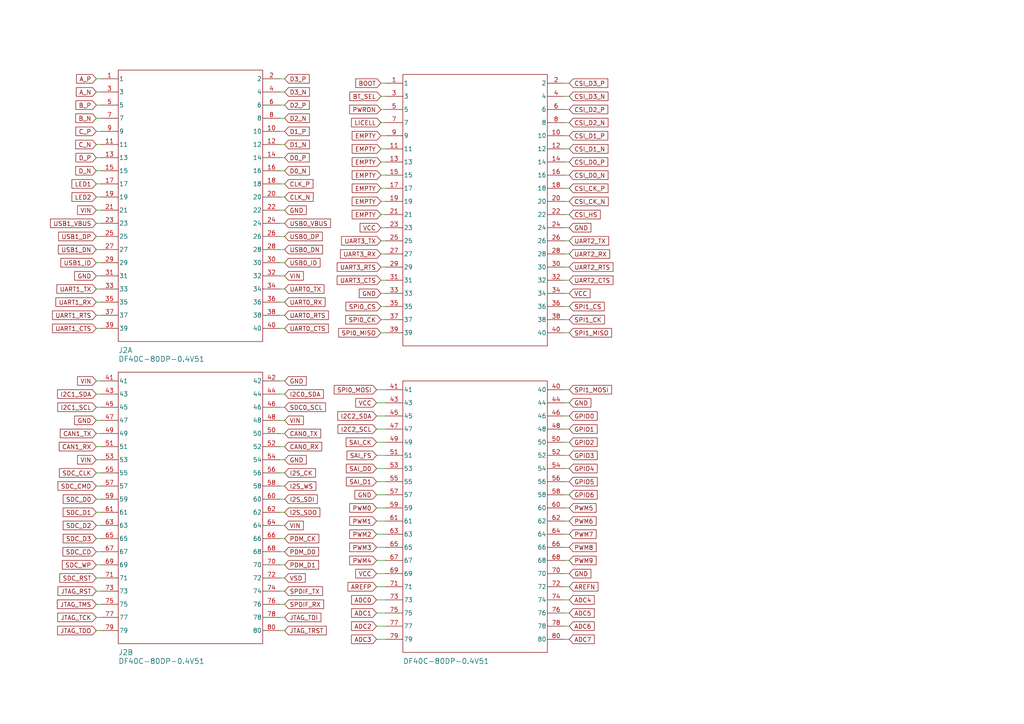
<source format=kicad_sch>
(kicad_sch (version 20230121) (generator eeschema)
  (paper "A4")
  (title_block (title "TI Ember AM62 SiP Concept") (date "2023-06-09") (rev "Rev 0") (company "Andrei Aldea - Texas Instruments"))
  (lib_symbols
    (symbol "DF40C-80DP-0.4V51_1" (pin_names (offset 0.254))
      (property "Reference" "J" (at 6.35 6.35 0))
      (property "Value" "DF40C-80DP-0.4V51" (at 17.78 3.81 0))
      (symbol "DF40C-80DP-0.4V51_1_1_1"
        (pin unspecified line (at 0 0 0) (length 5.08) (name "1") (number "1"))
        (pin unspecified line (at 52.07 -15.24 180) (length 5.08) (name "10") (number "10"))
        (pin unspecified line (at 0 -19.05 0) (length 5.08) (name "11") (number "11"))
        (pin unspecified line (at 52.07 -19.05 180) (length 5.08) (name "12") (number "12"))
        (pin unspecified line (at 0 -22.86 0) (length 5.08) (name "13") (number "13"))
        (pin unspecified line (at 52.07 -22.86 180) (length 5.08) (name "14") (number "14"))
        (pin unspecified line (at 0 -26.67 0) (length 5.08) (name "15") (number "15"))
        (pin unspecified line (at 52.07 -26.67 180) (length 5.08) (name "16") (number "16"))
        (pin unspecified line (at 0 -30.48 0) (length 5.08) (name "17") (number "17"))
        (pin unspecified line (at 52.07 -30.48 180) (length 5.08) (name "18") (number "18"))
        (pin unspecified line (at 0 -34.29 0) (length 5.08) (name "19") (number "19"))
        (pin unspecified line (at 52.07 0 180) (length 5.08) (name "2") (number "2"))
        (pin unspecified line (at 52.07 -34.29 180) (length 5.08) (name "20") (number "20"))
        (pin unspecified line (at 0 -38.1 0) (length 5.08) (name "21") (number "21"))
        (pin unspecified line (at 52.07 -38.1 180) (length 5.08) (name "22") (number "22"))
        (pin unspecified line (at 0 -41.91 0) (length 5.08) (name "23") (number "23"))
        (pin unspecified line (at 52.07 -41.91 180) (length 5.08) (name "24") (number "24"))
        (pin unspecified line (at 0 -45.72 0) (length 5.08) (name "25") (number "25"))
        (pin unspecified line (at 52.07 -45.72 180) (length 5.08) (name "26") (number "26"))
        (pin unspecified line (at 0 -49.53 0) (length 5.08) (name "27") (number "27"))
        (pin unspecified line (at 52.07 -49.53 180) (length 5.08) (name "28") (number "28"))
        (pin unspecified line (at 0 -53.34 0) (length 5.08) (name "29") (number "29"))
        (pin unspecified line (at 0 -3.81 0) (length 5.08) (name "3") (number "3"))
        (pin unspecified line (at 52.07 -53.34 180) (length 5.08) (name "30") (number "30"))
        (pin unspecified line (at 0 -57.15 0) (length 5.08) (name "31") (number "31"))
        (pin unspecified line (at 52.07 -57.15 180) (length 5.08) (name "32") (number "32"))
        (pin unspecified line (at 0 -60.96 0) (length 5.08) (name "33") (number "33"))
        (pin unspecified line (at 52.07 -60.96 180) (length 5.08) (name "34") (number "34"))
        (pin unspecified line (at 0 -64.77 0) (length 5.08) (name "35") (number "35"))
        (pin unspecified line (at 52.07 -64.77 180) (length 5.08) (name "36") (number "36"))
        (pin unspecified line (at 0 -68.58 0) (length 5.08) (name "37") (number "37"))
        (pin unspecified line (at 52.07 -68.58 180) (length 5.08) (name "38") (number "38"))
        (pin unspecified line (at 0 -72.39 0) (length 5.08) (name "39") (number "39"))
        (pin unspecified line (at 52.07 -3.81 180) (length 5.08) (name "4") (number "4"))
        (pin unspecified line (at 52.07 -72.39 180) (length 5.08) (name "40") (number "40"))
        (pin unspecified line (at 0 -7.62 0) (length 5.08) (name "5") (number "5"))
        (pin unspecified line (at 52.07 -7.62 180) (length 5.08) (name "6") (number "6"))
        (pin unspecified line (at 0 -11.43 0) (length 5.08) (name "7") (number "7"))
        (pin unspecified line (at 52.07 -11.43 180) (length 5.08) (name "8") (number "8"))
        (pin unspecified line (at 0 -15.24 0) (length 5.08) (name "9") (number "9"))
      )
      (symbol "DF40C-80DP-0.4V51_1_1_2"
        (pin unspecified line (at 0 0 0) (length 5.08) (name "1") (number "1"))
        (pin unspecified line (at 0 -22.86 0) (length 5.08) (name "10") (number "10"))
        (pin unspecified line (at 0 -25.4 0) (length 5.08) (name "11") (number "11"))
        (pin unspecified line (at 0 -27.94 0) (length 5.08) (name "12") (number "12"))
        (pin unspecified line (at 0 -30.48 0) (length 5.08) (name "13") (number "13"))
        (pin unspecified line (at 0 -33.02 0) (length 5.08) (name "14") (number "14"))
        (pin unspecified line (at 0 -35.56 0) (length 5.08) (name "15") (number "15"))
        (pin unspecified line (at 0 -38.1 0) (length 5.08) (name "16") (number "16"))
        (pin unspecified line (at 0 -40.64 0) (length 5.08) (name "17") (number "17"))
        (pin unspecified line (at 0 -43.18 0) (length 5.08) (name "18") (number "18"))
        (pin unspecified line (at 0 -45.72 0) (length 5.08) (name "19") (number "19"))
        (pin unspecified line (at 0 -2.54 0) (length 5.08) (name "2") (number "2"))
        (pin unspecified line (at 0 -48.26 0) (length 5.08) (name "20") (number "20"))
        (pin unspecified line (at 0 -50.8 0) (length 5.08) (name "21") (number "21"))
        (pin unspecified line (at 0 -53.34 0) (length 5.08) (name "22") (number "22"))
        (pin unspecified line (at 0 -55.88 0) (length 5.08) (name "23") (number "23"))
        (pin unspecified line (at 0 -58.42 0) (length 5.08) (name "24") (number "24"))
        (pin unspecified line (at 0 -60.96 0) (length 5.08) (name "25") (number "25"))
        (pin unspecified line (at 0 -63.5 0) (length 5.08) (name "26") (number "26"))
        (pin unspecified line (at 0 -66.04 0) (length 5.08) (name "27") (number "27"))
        (pin unspecified line (at 0 -68.58 0) (length 5.08) (name "28") (number "28"))
        (pin unspecified line (at 0 -71.12 0) (length 5.08) (name "29") (number "29"))
        (pin unspecified line (at 0 -5.08 0) (length 5.08) (name "3") (number "3"))
        (pin unspecified line (at 0 -73.66 0) (length 5.08) (name "30") (number "30"))
        (pin unspecified line (at 0 -76.2 0) (length 5.08) (name "31") (number "31"))
        (pin unspecified line (at 0 -78.74 0) (length 5.08) (name "32") (number "32"))
        (pin unspecified line (at 0 -81.28 0) (length 5.08) (name "33") (number "33"))
        (pin unspecified line (at 0 -83.82 0) (length 5.08) (name "34") (number "34"))
        (pin unspecified line (at 0 -86.36 0) (length 5.08) (name "35") (number "35"))
        (pin unspecified line (at 0 -88.9 0) (length 5.08) (name "36") (number "36"))
        (pin unspecified line (at 0 -91.44 0) (length 5.08) (name "37") (number "37"))
        (pin unspecified line (at 0 -93.98 0) (length 5.08) (name "38") (number "38"))
        (pin unspecified line (at 0 -96.52 0) (length 5.08) (name "39") (number "39"))
        (pin unspecified line (at 0 -7.62 0) (length 5.08) (name "4") (number "4"))
        (pin unspecified line (at 0 -99.06 0) (length 5.08) (name "40") (number "40"))
        (pin unspecified line (at 0 -10.16 0) (length 5.08) (name "5") (number "5"))
        (pin unspecified line (at 0 -12.7 0) (length 5.08) (name "6") (number "6"))
        (pin unspecified line (at 0 -15.24 0) (length 5.08) (name "7") (number "7"))
        (pin unspecified line (at 0 -17.78 0) (length 5.08) (name "8") (number "8"))
        (pin unspecified line (at 0 -20.32 0) (length 5.08) (name "9") (number "9"))
      )
      (symbol "DF40C-80DP-0.4V51_1_2_1"
        (pin unspecified line (at 0 0 0) (length 5.08) (name "41") (number "41"))
        (pin unspecified line (at 52.07 0 180) (length 5.08) (name "42") (number "42"))
        (pin unspecified line (at 0 -3.81 0) (length 5.08) (name "43") (number "43"))
        (pin unspecified line (at 52.07 -3.81 180) (length 5.08) (name "44") (number "44"))
        (pin unspecified line (at 0 -7.62 0) (length 5.08) (name "45") (number "45"))
        (pin unspecified line (at 52.07 -7.62 180) (length 5.08) (name "46") (number "46"))
        (pin unspecified line (at 0 -11.43 0) (length 5.08) (name "47") (number "47"))
        (pin unspecified line (at 52.07 -11.43 180) (length 5.08) (name "48") (number "48"))
        (pin unspecified line (at 0 -15.24 0) (length 5.08) (name "49") (number "49"))
        (pin unspecified line (at 52.07 -15.24 180) (length 5.08) (name "50") (number "50"))
        (pin unspecified line (at 0 -19.05 0) (length 5.08) (name "51") (number "51"))
        (pin unspecified line (at 52.07 -19.05 180) (length 5.08) (name "52") (number "52"))
        (pin unspecified line (at 0 -22.86 0) (length 5.08) (name "53") (number "53"))
        (pin unspecified line (at 52.07 -22.86 180) (length 5.08) (name "54") (number "54"))
        (pin unspecified line (at 0 -26.67 0) (length 5.08) (name "55") (number "55"))
        (pin unspecified line (at 52.07 -26.67 180) (length 5.08) (name "56") (number "56"))
        (pin unspecified line (at 0 -30.48 0) (length 5.08) (name "57") (number "57"))
        (pin unspecified line (at 52.07 -30.48 180) (length 5.08) (name "58") (number "58"))
        (pin unspecified line (at 0 -34.29 0) (length 5.08) (name "59") (number "59"))
        (pin unspecified line (at 52.07 -34.29 180) (length 5.08) (name "60") (number "60"))
        (pin unspecified line (at 0 -38.1 0) (length 5.08) (name "61") (number "61"))
        (pin unspecified line (at 52.07 -38.1 180) (length 5.08) (name "62") (number "62"))
        (pin unspecified line (at 0 -41.91 0) (length 5.08) (name "63") (number "63"))
        (pin unspecified line (at 52.07 -41.91 180) (length 5.08) (name "64") (number "64"))
        (pin unspecified line (at 0 -45.72 0) (length 5.08) (name "65") (number "65"))
        (pin unspecified line (at 52.07 -45.72 180) (length 5.08) (name "66") (number "66"))
        (pin unspecified line (at 0 -49.53 0) (length 5.08) (name "67") (number "67"))
        (pin unspecified line (at 52.07 -49.53 180) (length 5.08) (name "68") (number "68"))
        (pin unspecified line (at 0 -53.34 0) (length 5.08) (name "69") (number "69"))
        (pin unspecified line (at 52.07 -53.34 180) (length 5.08) (name "70") (number "70"))
        (pin unspecified line (at 0 -57.15 0) (length 5.08) (name "71") (number "71"))
        (pin unspecified line (at 52.07 -57.15 180) (length 5.08) (name "72") (number "72"))
        (pin unspecified line (at 0 -60.96 0) (length 5.08) (name "73") (number "73"))
        (pin unspecified line (at 52.07 -60.96 180) (length 5.08) (name "74") (number "74"))
        (pin unspecified line (at 0 -64.77 0) (length 5.08) (name "75") (number "75"))
        (pin unspecified line (at 52.07 -64.77 180) (length 5.08) (name "76") (number "76"))
        (pin unspecified line (at 0 -68.58 0) (length 5.08) (name "77") (number "77"))
        (pin unspecified line (at 52.07 -68.58 180) (length 5.08) (name "78") (number "78"))
        (pin unspecified line (at 0 -72.39 0) (length 5.08) (name "79") (number "79"))
        (pin unspecified line (at 52.07 -72.39 180) (length 5.08) (name "80") (number "80"))
      )
      (symbol "DF40C-80DP-0.4V51_1_2_2"
        (pin unspecified line (at 0 0 0) (length 5.08) (name "41") (number "41"))
        (pin unspecified line (at 0 -2.54 0) (length 5.08) (name "42") (number "42"))
        (pin unspecified line (at 0 -5.08 0) (length 5.08) (name "43") (number "43"))
        (pin unspecified line (at 0 -7.62 0) (length 5.08) (name "44") (number "44"))
        (pin unspecified line (at 0 -10.16 0) (length 5.08) (name "45") (number "45"))
        (pin unspecified line (at 0 -12.7 0) (length 5.08) (name "46") (number "46"))
        (pin unspecified line (at 0 -15.24 0) (length 5.08) (name "47") (number "47"))
        (pin unspecified line (at 0 -17.78 0) (length 5.08) (name "48") (number "48"))
        (pin unspecified line (at 0 -20.32 0) (length 5.08) (name "49") (number "49"))
        (pin unspecified line (at 0 -22.86 0) (length 5.08) (name "50") (number "50"))
        (pin unspecified line (at 0 -25.4 0) (length 5.08) (name "51") (number "51"))
        (pin unspecified line (at 0 -27.94 0) (length 5.08) (name "52") (number "52"))
        (pin unspecified line (at 0 -30.48 0) (length 5.08) (name "53") (number "53"))
        (pin unspecified line (at 0 -33.02 0) (length 5.08) (name "54") (number "54"))
        (pin unspecified line (at 0 -35.56 0) (length 5.08) (name "55") (number "55"))
        (pin unspecified line (at 0 -38.1 0) (length 5.08) (name "56") (number "56"))
        (pin unspecified line (at 0 -40.64 0) (length 5.08) (name "57") (number "57"))
        (pin unspecified line (at 0 -43.18 0) (length 5.08) (name "58") (number "58"))
        (pin unspecified line (at 0 -45.72 0) (length 5.08) (name "59") (number "59"))
        (pin unspecified line (at 0 -48.26 0) (length 5.08) (name "60") (number "60"))
        (pin unspecified line (at 0 -50.8 0) (length 5.08) (name "61") (number "61"))
        (pin unspecified line (at 0 -53.34 0) (length 5.08) (name "62") (number "62"))
        (pin unspecified line (at 0 -55.88 0) (length 5.08) (name "63") (number "63"))
        (pin unspecified line (at 0 -58.42 0) (length 5.08) (name "64") (number "64"))
        (pin unspecified line (at 0 -60.96 0) (length 5.08) (name "65") (number "65"))
        (pin unspecified line (at 0 -63.5 0) (length 5.08) (name "66") (number "66"))
        (pin unspecified line (at 0 -66.04 0) (length 5.08) (name "67") (number "67"))
        (pin unspecified line (at 0 -68.58 0) (length 5.08) (name "68") (number "68"))
        (pin unspecified line (at 0 -71.12 0) (length 5.08) (name "69") (number "69"))
        (pin unspecified line (at 0 -73.66 0) (length 5.08) (name "70") (number "70"))
        (pin unspecified line (at 0 -76.2 0) (length 5.08) (name "71") (number "71"))
        (pin unspecified line (at 0 -78.74 0) (length 5.08) (name "72") (number "72"))
        (pin unspecified line (at 0 -81.28 0) (length 5.08) (name "73") (number "73"))
        (pin unspecified line (at 0 -83.82 0) (length 5.08) (name "74") (number "74"))
        (pin unspecified line (at 0 -86.36 0) (length 5.08) (name "75") (number "75"))
        (pin unspecified line (at 0 -88.9 0) (length 5.08) (name "76") (number "76"))
        (pin unspecified line (at 0 -91.44 0) (length 5.08) (name "77") (number "77"))
        (pin unspecified line (at 0 -93.98 0) (length 5.08) (name "78") (number "78"))
        (pin unspecified line (at 0 -96.52 0) (length 5.08) (name "79") (number "79"))
        (pin unspecified line (at 0 -99.06 0) (length 5.08) (name "80") (number "80"))
      )
    )
    (symbol "TIEmber:DF40C-80DP-0.4V51" (pin_names (offset 0.254))
      (property "Reference" "J" (at 6.35 6.35 0))
      (property "Value" "DF40C-80DP-0.4V51" (at 17.78 3.81 0))
      (symbol "DF40C-80DP-0.4V51_1_1"
        (pin unspecified line (at 0 0 0) (length 5.08) (name "1") (number "1"))
        (pin unspecified line (at 52.07 -15.24 180) (length 5.08) (name "10") (number "10"))
        (pin unspecified line (at 0 -19.05 0) (length 5.08) (name "11") (number "11"))
        (pin unspecified line (at 52.07 -19.05 180) (length 5.08) (name "12") (number "12"))
        (pin unspecified line (at 0 -22.86 0) (length 5.08) (name "13") (number "13"))
        (pin unspecified line (at 52.07 -22.86 180) (length 5.08) (name "14") (number "14"))
        (pin unspecified line (at 0 -26.67 0) (length 5.08) (name "15") (number "15"))
        (pin unspecified line (at 52.07 -26.67 180) (length 5.08) (name "16") (number "16"))
        (pin unspecified line (at 0 -30.48 0) (length 5.08) (name "17") (number "17"))
        (pin unspecified line (at 52.07 -30.48 180) (length 5.08) (name "18") (number "18"))
        (pin unspecified line (at 0 -34.29 0) (length 5.08) (name "19") (number "19"))
        (pin unspecified line (at 52.07 0 180) (length 5.08) (name "2") (number "2"))
        (pin unspecified line (at 52.07 -34.29 180) (length 5.08) (name "20") (number "20"))
        (pin unspecified line (at 0 -38.1 0) (length 5.08) (name "21") (number "21"))
        (pin unspecified line (at 52.07 -38.1 180) (length 5.08) (name "22") (number "22"))
        (pin unspecified line (at 0 -41.91 0) (length 5.08) (name "23") (number "23"))
        (pin unspecified line (at 52.07 -41.91 180) (length 5.08) (name "24") (number "24"))
        (pin unspecified line (at 0 -45.72 0) (length 5.08) (name "25") (number "25"))
        (pin unspecified line (at 52.07 -45.72 180) (length 5.08) (name "26") (number "26"))
        (pin unspecified line (at 0 -49.53 0) (length 5.08) (name "27") (number "27"))
        (pin unspecified line (at 52.07 -49.53 180) (length 5.08) (name "28") (number "28"))
        (pin unspecified line (at 0 -53.34 0) (length 5.08) (name "29") (number "29"))
        (pin unspecified line (at 0 -3.81 0) (length 5.08) (name "3") (number "3"))
        (pin unspecified line (at 52.07 -53.34 180) (length 5.08) (name "30") (number "30"))
        (pin unspecified line (at 0 -57.15 0) (length 5.08) (name "31") (number "31"))
        (pin unspecified line (at 52.07 -57.15 180) (length 5.08) (name "32") (number "32"))
        (pin unspecified line (at 0 -60.96 0) (length 5.08) (name "33") (number "33"))
        (pin unspecified line (at 52.07 -60.96 180) (length 5.08) (name "34") (number "34"))
        (pin unspecified line (at 0 -64.77 0) (length 5.08) (name "35") (number "35"))
        (pin unspecified line (at 52.07 -64.77 180) (length 5.08) (name "36") (number "36"))
        (pin unspecified line (at 0 -68.58 0) (length 5.08) (name "37") (number "37"))
        (pin unspecified line (at 52.07 -68.58 180) (length 5.08) (name "38") (number "38"))
        (pin unspecified line (at 0 -72.39 0) (length 5.08) (name "39") (number "39"))
        (pin unspecified line (at 52.07 -3.81 180) (length 5.08) (name "4") (number "4"))
        (pin unspecified line (at 52.07 -72.39 180) (length 5.08) (name "40") (number "40"))
        (pin unspecified line (at 0 -7.62 0) (length 5.08) (name "5") (number "5"))
        (pin unspecified line (at 52.07 -7.62 180) (length 5.08) (name "6") (number "6"))
        (pin unspecified line (at 0 -11.43 0) (length 5.08) (name "7") (number "7"))
        (pin unspecified line (at 52.07 -11.43 180) (length 5.08) (name "8") (number "8"))
        (pin unspecified line (at 0 -15.24 0) (length 5.08) (name "9") (number "9"))
      )
      (symbol "DF40C-80DP-0.4V51_1_2"
        (pin unspecified line (at 0 0 0) (length 5.08) (name "1") (number "1"))
        (pin unspecified line (at 0 -22.86 0) (length 5.08) (name "10") (number "10"))
        (pin unspecified line (at 0 -25.4 0) (length 5.08) (name "11") (number "11"))
        (pin unspecified line (at 0 -27.94 0) (length 5.08) (name "12") (number "12"))
        (pin unspecified line (at 0 -30.48 0) (length 5.08) (name "13") (number "13"))
        (pin unspecified line (at 0 -33.02 0) (length 5.08) (name "14") (number "14"))
        (pin unspecified line (at 0 -35.56 0) (length 5.08) (name "15") (number "15"))
        (pin unspecified line (at 0 -38.1 0) (length 5.08) (name "16") (number "16"))
        (pin unspecified line (at 0 -40.64 0) (length 5.08) (name "17") (number "17"))
        (pin unspecified line (at 0 -43.18 0) (length 5.08) (name "18") (number "18"))
        (pin unspecified line (at 0 -45.72 0) (length 5.08) (name "19") (number "19"))
        (pin unspecified line (at 0 -2.54 0) (length 5.08) (name "2") (number "2"))
        (pin unspecified line (at 0 -48.26 0) (length 5.08) (name "20") (number "20"))
        (pin unspecified line (at 0 -50.8 0) (length 5.08) (name "21") (number "21"))
        (pin unspecified line (at 0 -53.34 0) (length 5.08) (name "22") (number "22"))
        (pin unspecified line (at 0 -55.88 0) (length 5.08) (name "23") (number "23"))
        (pin unspecified line (at 0 -58.42 0) (length 5.08) (name "24") (number "24"))
        (pin unspecified line (at 0 -60.96 0) (length 5.08) (name "25") (number "25"))
        (pin unspecified line (at 0 -63.5 0) (length 5.08) (name "26") (number "26"))
        (pin unspecified line (at 0 -66.04 0) (length 5.08) (name "27") (number "27"))
        (pin unspecified line (at 0 -68.58 0) (length 5.08) (name "28") (number "28"))
        (pin unspecified line (at 0 -71.12 0) (length 5.08) (name "29") (number "29"))
        (pin unspecified line (at 0 -5.08 0) (length 5.08) (name "3") (number "3"))
        (pin unspecified line (at 0 -73.66 0) (length 5.08) (name "30") (number "30"))
        (pin unspecified line (at 0 -76.2 0) (length 5.08) (name "31") (number "31"))
        (pin unspecified line (at 0 -78.74 0) (length 5.08) (name "32") (number "32"))
        (pin unspecified line (at 0 -81.28 0) (length 5.08) (name "33") (number "33"))
        (pin unspecified line (at 0 -83.82 0) (length 5.08) (name "34") (number "34"))
        (pin unspecified line (at 0 -86.36 0) (length 5.08) (name "35") (number "35"))
        (pin unspecified line (at 0 -88.9 0) (length 5.08) (name "36") (number "36"))
        (pin unspecified line (at 0 -91.44 0) (length 5.08) (name "37") (number "37"))
        (pin unspecified line (at 0 -93.98 0) (length 5.08) (name "38") (number "38"))
        (pin unspecified line (at 0 -96.52 0) (length 5.08) (name "39") (number "39"))
        (pin unspecified line (at 0 -7.62 0) (length 5.08) (name "4") (number "4"))
        (pin unspecified line (at 0 -99.06 0) (length 5.08) (name "40") (number "40"))
        (pin unspecified line (at 0 -10.16 0) (length 5.08) (name "5") (number "5"))
        (pin unspecified line (at 0 -12.7 0) (length 5.08) (name "6") (number "6"))
        (pin unspecified line (at 0 -15.24 0) (length 5.08) (name "7") (number "7"))
        (pin unspecified line (at 0 -17.78 0) (length 5.08) (name "8") (number "8"))
        (pin unspecified line (at 0 -20.32 0) (length 5.08) (name "9") (number "9"))
      )
      (symbol "DF40C-80DP-0.4V51_2_1"
        (pin unspecified line (at 52.07 0 180) (length 5.08) (name "40") (number "40"))
        (pin unspecified line (at 0 0 0) (length 5.08) (name "41") (number "41"))
        (pin unspecified line (at 0 -3.81 0) (length 5.08) (name "43") (number "43"))
        (pin unspecified line (at 52.07 -3.81 180) (length 5.08) (name "44") (number "44"))
        (pin unspecified line (at 0 -7.62 0) (length 5.08) (name "45") (number "45"))
        (pin unspecified line (at 52.07 -7.62 180) (length 5.08) (name "46") (number "46"))
        (pin unspecified line (at 0 -11.43 0) (length 5.08) (name "47") (number "47"))
        (pin unspecified line (at 52.07 -11.43 180) (length 5.08) (name "48") (number "48"))
        (pin unspecified line (at 0 -15.24 0) (length 5.08) (name "49") (number "49"))
        (pin unspecified line (at 52.07 -15.24 180) (length 5.08) (name "50") (number "50"))
        (pin unspecified line (at 0 -19.05 0) (length 5.08) (name "51") (number "51"))
        (pin unspecified line (at 52.07 -19.05 180) (length 5.08) (name "52") (number "52"))
        (pin unspecified line (at 0 -22.86 0) (length 5.08) (name "53") (number "53"))
        (pin unspecified line (at 52.07 -22.86 180) (length 5.08) (name "54") (number "54"))
        (pin unspecified line (at 0 -26.67 0) (length 5.08) (name "55") (number "55"))
        (pin unspecified line (at 52.07 -26.67 180) (length 5.08) (name "56") (number "56"))
        (pin unspecified line (at 0 -30.48 0) (length 5.08) (name "57") (number "57"))
        (pin unspecified line (at 52.07 -30.48 180) (length 5.08) (name "58") (number "58"))
        (pin unspecified line (at 0 -34.29 0) (length 5.08) (name "59") (number "59"))
        (pin unspecified line (at 52.07 -34.29 180) (length 5.08) (name "60") (number "60"))
        (pin unspecified line (at 0 -38.1 0) (length 5.08) (name "61") (number "61"))
        (pin unspecified line (at 52.07 -38.1 180) (length 5.08) (name "62") (number "62"))
        (pin unspecified line (at 0 -41.91 0) (length 5.08) (name "63") (number "63"))
        (pin unspecified line (at 52.07 -41.91 180) (length 5.08) (name "64") (number "64"))
        (pin unspecified line (at 0 -45.72 0) (length 5.08) (name "65") (number "65"))
        (pin unspecified line (at 52.07 -45.72 180) (length 5.08) (name "66") (number "66"))
        (pin unspecified line (at 0 -49.53 0) (length 5.08) (name "67") (number "67"))
        (pin unspecified line (at 52.07 -49.53 180) (length 5.08) (name "68") (number "68"))
        (pin unspecified line (at 0 -53.34 0) (length 5.08) (name "69") (number "69"))
        (pin unspecified line (at 52.07 -53.34 180) (length 5.08) (name "70") (number "70"))
        (pin unspecified line (at 0 -57.15 0) (length 5.08) (name "71") (number "71"))
        (pin unspecified line (at 52.07 -57.15 180) (length 5.08) (name "72") (number "72"))
        (pin unspecified line (at 0 -60.96 0) (length 5.08) (name "73") (number "73"))
        (pin unspecified line (at 52.07 -60.96 180) (length 5.08) (name "74") (number "74"))
        (pin unspecified line (at 0 -64.77 0) (length 5.08) (name "75") (number "75"))
        (pin unspecified line (at 52.07 -64.77 180) (length 5.08) (name "76") (number "76"))
        (pin unspecified line (at 0 -68.58 0) (length 5.08) (name "77") (number "77"))
        (pin unspecified line (at 52.07 -68.58 180) (length 5.08) (name "78") (number "78"))
        (pin unspecified line (at 0 -72.39 0) (length 5.08) (name "79") (number "79"))
        (pin unspecified line (at 52.07 -72.39 180) (length 5.08) (name "80") (number "80"))
      )
      (symbol "DF40C-80DP-0.4V51_2_2"
        (pin unspecified line (at 0 0 0) (length 5.08) (name "41") (number "41"))
        (pin unspecified line (at 0 -2.54 0) (length 5.08) (name "42") (number "42"))
        (pin unspecified line (at 0 -5.08 0) (length 5.08) (name "43") (number "43"))
        (pin unspecified line (at 0 -7.62 0) (length 5.08) (name "44") (number "44"))
        (pin unspecified line (at 0 -10.16 0) (length 5.08) (name "45") (number "45"))
        (pin unspecified line (at 0 -12.7 0) (length 5.08) (name "46") (number "46"))
        (pin unspecified line (at 0 -15.24 0) (length 5.08) (name "47") (number "47"))
        (pin unspecified line (at 0 -17.78 0) (length 5.08) (name "48") (number "48"))
        (pin unspecified line (at 0 -20.32 0) (length 5.08) (name "49") (number "49"))
        (pin unspecified line (at 0 -22.86 0) (length 5.08) (name "50") (number "50"))
        (pin unspecified line (at 0 -25.4 0) (length 5.08) (name "51") (number "51"))
        (pin unspecified line (at 0 -27.94 0) (length 5.08) (name "52") (number "52"))
        (pin unspecified line (at 0 -30.48 0) (length 5.08) (name "53") (number "53"))
        (pin unspecified line (at 0 -33.02 0) (length 5.08) (name "54") (number "54"))
        (pin unspecified line (at 0 -35.56 0) (length 5.08) (name "55") (number "55"))
        (pin unspecified line (at 0 -38.1 0) (length 5.08) (name "56") (number "56"))
        (pin unspecified line (at 0 -40.64 0) (length 5.08) (name "57") (number "57"))
        (pin unspecified line (at 0 -43.18 0) (length 5.08) (name "58") (number "58"))
        (pin unspecified line (at 0 -45.72 0) (length 5.08) (name "59") (number "59"))
        (pin unspecified line (at 0 -48.26 0) (length 5.08) (name "60") (number "60"))
        (pin unspecified line (at 0 -50.8 0) (length 5.08) (name "61") (number "61"))
        (pin unspecified line (at 0 -53.34 0) (length 5.08) (name "62") (number "62"))
        (pin unspecified line (at 0 -55.88 0) (length 5.08) (name "63") (number "63"))
        (pin unspecified line (at 0 -58.42 0) (length 5.08) (name "64") (number "64"))
        (pin unspecified line (at 0 -60.96 0) (length 5.08) (name "65") (number "65"))
        (pin unspecified line (at 0 -63.5 0) (length 5.08) (name "66") (number "66"))
        (pin unspecified line (at 0 -66.04 0) (length 5.08) (name "67") (number "67"))
        (pin unspecified line (at 0 -68.58 0) (length 5.08) (name "68") (number "68"))
        (pin unspecified line (at 0 -71.12 0) (length 5.08) (name "69") (number "69"))
        (pin unspecified line (at 0 -73.66 0) (length 5.08) (name "70") (number "70"))
        (pin unspecified line (at 0 -76.2 0) (length 5.08) (name "71") (number "71"))
        (pin unspecified line (at 0 -78.74 0) (length 5.08) (name "72") (number "72"))
        (pin unspecified line (at 0 -81.28 0) (length 5.08) (name "73") (number "73"))
        (pin unspecified line (at 0 -83.82 0) (length 5.08) (name "74") (number "74"))
        (pin unspecified line (at 0 -86.36 0) (length 5.08) (name "75") (number "75"))
        (pin unspecified line (at 0 -88.9 0) (length 5.08) (name "76") (number "76"))
        (pin unspecified line (at 0 -91.44 0) (length 5.08) (name "77") (number "77"))
        (pin unspecified line (at 0 -93.98 0) (length 5.08) (name "78") (number "78"))
        (pin unspecified line (at 0 -96.52 0) (length 5.08) (name "79") (number "79"))
        (pin unspecified line (at 0 -99.06 0) (length 5.08) (name "80") (number "80"))
      )
    )
  )
  (wire (pts (xy 81.28 148.59) (xy 82.55 148.59)))
  (wire (pts (xy 81.28 26.67) (xy 82.55 26.67)))
  (wire (pts (xy 27.94 163.83) (xy 29.21 163.83)))
  (wire (pts (xy 81.28 175.26) (xy 82.55 175.26)))
  (wire (pts (xy 163.83 96.52) (xy 165.1 96.52)))
  (wire (pts (xy 163.83 85.09) (xy 165.1 85.09)))
  (wire (pts (xy 81.28 91.44) (xy 82.55 91.44)))
  (wire (pts (xy 109.22 124.46) (xy 111.76 124.46)))
  (wire (pts (xy 163.83 154.94) (xy 165.1 154.94)))
  (wire (pts (xy 110.49 92.71) (xy 111.76 92.71)))
  (wire (pts (xy 109.22 154.94) (xy 111.76 154.94)))
  (wire (pts (xy 81.28 41.91) (xy 82.55 41.91)))
  (wire (pts (xy 81.28 137.16) (xy 82.55 137.16)))
  (wire (pts (xy 163.83 24.13) (xy 165.1 24.13)))
  (wire (pts (xy 81.28 144.78) (xy 82.55 144.78)))
  (wire (pts (xy 110.49 46.99) (xy 111.76 46.99)))
  (wire (pts (xy 81.28 49.53) (xy 82.55 49.53)))
  (wire (pts (xy 110.49 24.13) (xy 111.76 24.13)))
  (wire (pts (xy 163.83 170.18) (xy 165.1 170.18)))
  (wire (pts (xy 81.28 64.77) (xy 82.55 64.77)))
  (wire (pts (xy 109.22 139.7) (xy 111.76 139.7)))
  (wire (pts (xy 81.28 95.25) (xy 82.55 95.25)))
  (wire (pts (xy 27.94 140.97) (xy 29.21 140.97)))
  (wire (pts (xy 81.28 87.63) (xy 82.55 87.63)))
  (wire (pts (xy 27.94 110.49) (xy 29.21 110.49)))
  (wire (pts (xy 27.94 68.58) (xy 29.21 68.58)))
  (wire (pts (xy 81.28 68.58) (xy 82.55 68.58)))
  (wire (pts (xy 110.49 77.47) (xy 111.76 77.47)))
  (wire (pts (xy 81.28 57.15) (xy 82.55 57.15)))
  (wire (pts (xy 81.28 30.48) (xy 82.55 30.48)))
  (wire (pts (xy 27.94 38.1) (xy 29.21 38.1)))
  (wire (pts (xy 27.94 91.44) (xy 29.21 91.44)))
  (wire (pts (xy 163.83 39.37) (xy 165.1 39.37)))
  (wire (pts (xy 81.28 72.39) (xy 82.55 72.39)))
  (wire (pts (xy 163.83 181.61) (xy 165.1 181.61)))
  (wire (pts (xy 27.94 160.02) (xy 29.21 160.02)))
  (wire (pts (xy 81.28 179.07) (xy 82.55 179.07)))
  (wire (pts (xy 27.94 129.54) (xy 29.21 129.54)))
  (wire (pts (xy 110.49 31.75) (xy 111.76 31.75)))
  (wire (pts (xy 109.22 116.84) (xy 111.76 116.84)))
  (wire (pts (xy 163.83 116.84) (xy 165.1 116.84)))
  (wire (pts (xy 163.83 147.32) (xy 165.1 147.32)))
  (wire (pts (xy 109.22 113.03) (xy 111.76 113.03)))
  (wire (pts (xy 27.94 144.78) (xy 29.21 144.78)))
  (wire (pts (xy 109.22 143.51) (xy 111.76 143.51)))
  (wire (pts (xy 81.28 129.54) (xy 82.55 129.54)))
  (wire (pts (xy 163.83 173.99) (xy 165.1 173.99)))
  (wire (pts (xy 163.83 92.71) (xy 165.1 92.71)))
  (wire (pts (xy 163.83 81.28) (xy 165.1 81.28)))
  (wire (pts (xy 163.83 158.75) (xy 165.1 158.75)))
  (wire (pts (xy 163.83 46.99) (xy 165.1 46.99)))
  (wire (pts (xy 81.28 118.11) (xy 82.55 118.11)))
  (wire (pts (xy 81.28 110.49) (xy 82.55 110.49)))
  (wire (pts (xy 81.28 160.02) (xy 82.55 160.02)))
  (wire (pts (xy 27.94 152.4) (xy 29.21 152.4)))
  (wire (pts (xy 163.83 162.56) (xy 165.1 162.56)))
  (wire (pts (xy 81.28 53.34) (xy 82.55 53.34)))
  (wire (pts (xy 81.28 22.86) (xy 82.55 22.86)))
  (wire (pts (xy 27.94 171.45) (xy 29.21 171.45)))
  (wire (pts (xy 109.22 177.8) (xy 111.76 177.8)))
  (wire (pts (xy 81.28 80.01) (xy 82.55 80.01)))
  (wire (pts (xy 81.28 140.97) (xy 82.55 140.97)))
  (wire (pts (xy 27.94 137.16) (xy 29.21 137.16)))
  (wire (pts (xy 81.28 182.88) (xy 82.55 182.88)))
  (wire (pts (xy 110.49 81.28) (xy 111.76 81.28)))
  (wire (pts (xy 163.83 135.89) (xy 165.1 135.89)))
  (wire (pts (xy 163.83 185.42) (xy 165.1 185.42)))
  (wire (pts (xy 109.22 166.37) (xy 111.76 166.37)))
  (wire (pts (xy 27.94 45.72) (xy 29.21 45.72)))
  (wire (pts (xy 163.83 124.46) (xy 165.1 124.46)))
  (wire (pts (xy 110.49 27.94) (xy 111.76 27.94)))
  (wire (pts (xy 81.28 45.72) (xy 82.55 45.72)))
  (wire (pts (xy 163.83 69.85) (xy 165.1 69.85)))
  (wire (pts (xy 110.49 73.66) (xy 111.76 73.66)))
  (wire (pts (xy 27.94 175.26) (xy 29.21 175.26)))
  (wire (pts (xy 81.28 34.29) (xy 82.55 34.29)))
  (wire (pts (xy 109.22 151.13) (xy 111.76 151.13)))
  (wire (pts (xy 110.49 96.52) (xy 111.76 96.52)))
  (wire (pts (xy 27.94 118.11) (xy 29.21 118.11)))
  (wire (pts (xy 110.49 35.56) (xy 111.76 35.56)))
  (wire (pts (xy 27.94 22.86) (xy 29.21 22.86)))
  (wire (pts (xy 110.49 50.8) (xy 111.76 50.8)))
  (wire (pts (xy 109.22 181.61) (xy 111.76 181.61)))
  (wire (pts (xy 27.94 156.21) (xy 29.21 156.21)))
  (wire (pts (xy 27.94 41.91) (xy 29.21 41.91)))
  (wire (pts (xy 163.83 35.56) (xy 165.1 35.56)))
  (wire (pts (xy 27.94 80.01) (xy 29.21 80.01)))
  (wire (pts (xy 27.94 64.77) (xy 29.21 64.77)))
  (wire (pts (xy 81.28 38.1) (xy 82.55 38.1)))
  (wire (pts (xy 110.49 88.9) (xy 111.76 88.9)))
  (wire (pts (xy 81.28 125.73) (xy 82.55 125.73)))
  (wire (pts (xy 109.22 132.08) (xy 111.76 132.08)))
  (wire (pts (xy 109.22 162.56) (xy 111.76 162.56)))
  (wire (pts (xy 163.83 139.7) (xy 165.1 139.7)))
  (wire (pts (xy 110.49 43.18) (xy 111.76 43.18)))
  (wire (pts (xy 81.28 121.92) (xy 82.55 121.92)))
  (wire (pts (xy 27.94 182.88) (xy 29.21 182.88)))
  (wire (pts (xy 109.22 120.65) (xy 111.76 120.65)))
  (wire (pts (xy 27.94 114.3) (xy 29.21 114.3)))
  (wire (pts (xy 163.83 77.47) (xy 165.1 77.47)))
  (wire (pts (xy 109.22 173.99) (xy 111.76 173.99)))
  (wire (pts (xy 27.94 148.59) (xy 29.21 148.59)))
  (wire (pts (xy 27.94 76.2) (xy 29.21 76.2)))
  (wire (pts (xy 27.94 167.64) (xy 29.21 167.64)))
  (wire (pts (xy 27.94 26.67) (xy 29.21 26.67)))
  (wire (pts (xy 109.22 158.75) (xy 111.76 158.75)))
  (wire (pts (xy 110.49 39.37) (xy 111.76 39.37)))
  (wire (pts (xy 109.22 185.42) (xy 111.76 185.42)))
  (wire (pts (xy 110.49 66.04) (xy 111.76 66.04)))
  (wire (pts (xy 27.94 34.29) (xy 29.21 34.29)))
  (wire (pts (xy 110.49 85.09) (xy 111.76 85.09)))
  (wire (pts (xy 163.83 177.8) (xy 165.1 177.8)))
  (wire (pts (xy 163.83 73.66) (xy 165.1 73.66)))
  (wire (pts (xy 27.94 83.82) (xy 29.21 83.82)))
  (wire (pts (xy 27.94 30.48) (xy 29.21 30.48)))
  (wire (pts (xy 163.83 43.18) (xy 165.1 43.18)))
  (wire (pts (xy 109.22 135.89) (xy 111.76 135.89)))
  (wire (pts (xy 110.49 69.85) (xy 111.76 69.85)))
  (wire (pts (xy 163.83 54.61) (xy 165.1 54.61)))
  (wire (pts (xy 81.28 133.35) (xy 82.55 133.35)))
  (wire (pts (xy 163.83 128.27) (xy 165.1 128.27)))
  (wire (pts (xy 163.83 143.51) (xy 165.1 143.51)))
  (wire (pts (xy 81.28 60.96) (xy 82.55 60.96)))
  (wire (pts (xy 27.94 60.96) (xy 29.21 60.96)))
  (wire (pts (xy 81.28 152.4) (xy 82.55 152.4)))
  (wire (pts (xy 81.28 156.21) (xy 82.55 156.21)))
  (wire (pts (xy 27.94 87.63) (xy 29.21 87.63)))
  (wire (pts (xy 81.28 163.83) (xy 82.55 163.83)))
  (wire (pts (xy 163.83 27.94) (xy 165.1 27.94)))
  (wire (pts (xy 110.49 62.23) (xy 111.76 62.23)))
  (wire (pts (xy 27.94 72.39) (xy 29.21 72.39)))
  (wire (pts (xy 27.94 53.34) (xy 29.21 53.34)))
  (wire (pts (xy 81.28 83.82) (xy 82.55 83.82)))
  (wire (pts (xy 163.83 132.08) (xy 165.1 132.08)))
  (wire (pts (xy 27.94 95.25) (xy 29.21 95.25)))
  (wire (pts (xy 27.94 121.92) (xy 29.21 121.92)))
  (wire (pts (xy 110.49 54.61) (xy 111.76 54.61)))
  (wire (pts (xy 163.83 113.03) (xy 165.1 113.03)))
  (wire (pts (xy 163.83 88.9) (xy 165.1 88.9)))
  (wire (pts (xy 81.28 171.45) (xy 82.55 171.45)))
  (wire (pts (xy 163.83 62.23) (xy 165.1 62.23)))
  (wire (pts (xy 109.22 128.27) (xy 111.76 128.27)))
  (wire (pts (xy 109.22 147.32) (xy 111.76 147.32)))
  (wire (pts (xy 81.28 76.2) (xy 82.55 76.2)))
  (wire (pts (xy 163.83 50.8) (xy 165.1 50.8)))
  (wire (pts (xy 27.94 57.15) (xy 29.21 57.15)))
  (wire (pts (xy 81.28 167.64) (xy 82.55 167.64)))
  (wire (pts (xy 163.83 151.13) (xy 165.1 151.13)))
  (wire (pts (xy 27.94 179.07) (xy 29.21 179.07)))
  (wire (pts (xy 163.83 66.04) (xy 165.1 66.04)))
  (wire (pts (xy 163.83 120.65) (xy 165.1 120.65)))
  (wire (pts (xy 110.49 58.42) (xy 111.76 58.42)))
  (wire (pts (xy 163.83 58.42) (xy 165.1 58.42)))
  (wire (pts (xy 163.83 31.75) (xy 165.1 31.75)))
  (wire (pts (xy 27.94 49.53) (xy 29.21 49.53)))
  (wire (pts (xy 27.94 133.35) (xy 29.21 133.35)))
  (wire (pts (xy 81.28 114.3) (xy 82.55 114.3)))
  (wire (pts (xy 109.22 170.18) (xy 111.76 170.18)))
  (wire (pts (xy 163.83 166.37) (xy 165.1 166.37)))
  (wire (pts (xy 27.94 125.73) (xy 29.21 125.73)))
  (global_label "SPI1_MOSI" (shape input) (at 165.1 113.03 0) (property "Intersheetrefs" "${INTERSHEET_REFS}" (effects hide)))
  (global_label "PWM0" (shape input) (at 109.22 147.32 180) (property "Intersheetrefs" "${INTERSHEET_REFS}" (effects hide)))
  (global_label "CSI_HS" (shape input) (at 165.1 62.23 0) (property "Intersheetrefs" "${INTERSHEET_REFS}" (effects hide)))
  (global_label "VIN" (shape input) (at 82.55 121.92 0) (property "Intersheetrefs" "${INTERSHEET_REFS}" (effects hide)))
  (global_label "JTAG_TMS" (shape input) (at 27.94 175.26 180) (property "Intersheetrefs" "${INTERSHEET_REFS}" (effects hide)))
  (global_label "SPI0_CK" (shape input) (at 110.49 92.71 180) (property "Intersheetrefs" "${INTERSHEET_REFS}" (effects hide)))
  (global_label "SPI1_CS" (shape input) (at 165.1 88.9 0) (property "Intersheetrefs" "${INTERSHEET_REFS}" (effects hide)))
  (global_label "UART0_TX" (shape input) (at 82.55 83.82 0) (property "Intersheetrefs" "${INTERSHEET_REFS}" (effects hide)))
  (global_label "A_N" (shape input) (at 27.94 26.67 180) (property "Intersheetrefs" "${INTERSHEET_REFS}" (effects hide)))
  (global_label "BOOT" (shape input) (at 110.49 24.13 180) (property "Intersheetrefs" "${INTERSHEET_REFS}" (effects hide)))
  (global_label "AREFP" (shape input) (at 109.22 170.18 180) (property "Intersheetrefs" "${INTERSHEET_REFS}" (effects hide)))
  (global_label "USB1_DP" (shape input) (at 27.94 68.58 180) (property "Intersheetrefs" "${INTERSHEET_REFS}" (effects hide)))
  (global_label "LED2" (shape input) (at 27.94 57.15 180) (property "Intersheetrefs" "${INTERSHEET_REFS}" (effects hide)))
  (global_label "I2C1_SDA" (shape input) (at 27.94 114.3 180) (property "Intersheetrefs" "${INTERSHEET_REFS}" (effects hide)))
  (global_label "I2C2_SCL" (shape input) (at 109.22 124.46 180) (property "Intersheetrefs" "${INTERSHEET_REFS}" (effects hide)))
  (global_label "CSI_CK_P" (shape input) (at 165.1 54.61 0) (property "Intersheetrefs" "${INTERSHEET_REFS}" (effects hide)))
  (global_label "D2_N" (shape input) (at 82.55 34.29 0) (property "Intersheetrefs" "${INTERSHEET_REFS}" (effects hide)))
  (global_label "C_N" (shape input) (at 27.94 41.91 180) (property "Intersheetrefs" "${INTERSHEET_REFS}" (effects hide)))
  (global_label "UART3_CTS" (shape input) (at 110.49 81.28 180) (property "Intersheetrefs" "${INTERSHEET_REFS}" (effects hide)))
  (global_label "SPI0_MOSI" (shape input) (at 109.22 113.03 180) (property "Intersheetrefs" "${INTERSHEET_REFS}" (effects hide)))
  (global_label "UART0_CTS" (shape input) (at 82.55 95.25 0) (property "Intersheetrefs" "${INTERSHEET_REFS}" (effects hide)))
  (global_label "SDC_D0" (shape input) (at 27.94 144.78 180) (property "Intersheetrefs" "${INTERSHEET_REFS}" (effects hide)))
  (global_label "CSI_CK_N" (shape input) (at 165.1 58.42 0) (property "Intersheetrefs" "${INTERSHEET_REFS}" (effects hide)))
  (global_label "EMPTY" (shape input) (at 110.49 50.8 180) (property "Intersheetrefs" "${INTERSHEET_REFS}" (effects hide)))
  (global_label "GND" (shape input) (at 82.55 133.35 0) (property "Intersheetrefs" "${INTERSHEET_REFS}" (effects hide)))
  (global_label "SAI_CK" (shape input) (at 109.22 128.27 180) (property "Intersheetrefs" "${INTERSHEET_REFS}" (effects hide)))
  (global_label "GPIO6" (shape input) (at 165.1 143.51 0) (property "Intersheetrefs" "${INTERSHEET_REFS}" (effects hide)))
  (global_label "CSI_D2_P" (shape input) (at 165.1 31.75 0) (property "Intersheetrefs" "${INTERSHEET_REFS}" (effects hide)))
  (global_label "USB0_ID" (shape input) (at 82.55 76.2 0) (property "Intersheetrefs" "${INTERSHEET_REFS}" (effects hide)))
  (global_label "GND" (shape input) (at 109.22 143.51 180) (property "Intersheetrefs" "${INTERSHEET_REFS}" (effects hide)))
  (global_label "D3_P" (shape input) (at 82.55 22.86 0) (property "Intersheetrefs" "${INTERSHEET_REFS}" (effects hide)))
  (global_label "ADC5" (shape input) (at 165.1 177.8 0) (property "Intersheetrefs" "${INTERSHEET_REFS}" (effects hide)))
  (global_label "EMPTY" (shape input) (at 110.49 54.61 180) (property "Intersheetrefs" "${INTERSHEET_REFS}" (effects hide)))
  (global_label "UART0_RTS" (shape input) (at 82.55 91.44 0) (property "Intersheetrefs" "${INTERSHEET_REFS}" (effects hide)))
  (global_label "PWM7" (shape input) (at 165.1 154.94 0) (property "Intersheetrefs" "${INTERSHEET_REFS}" (effects hide)))
  (global_label "CSI_D1_N" (shape input) (at 165.1 43.18 0) (property "Intersheetrefs" "${INTERSHEET_REFS}" (effects hide)))
  (global_label "VIN" (shape input) (at 27.94 110.49 180) (property "Intersheetrefs" "${INTERSHEET_REFS}" (effects hide)))
  (global_label "AREFN" (shape input) (at 165.1 170.18 0) (property "Intersheetrefs" "${INTERSHEET_REFS}" (effects hide)))
  (global_label "SPI1_MISO" (shape input) (at 165.1 96.52 0) (property "Intersheetrefs" "${INTERSHEET_REFS}" (effects hide)))
  (global_label "GPIO2" (shape input) (at 165.1 128.27 0) (property "Intersheetrefs" "${INTERSHEET_REFS}" (effects hide)))
  (global_label "JTAG_TDI" (shape input) (at 82.55 179.07 0) (property "Intersheetrefs" "${INTERSHEET_REFS}" (effects hide)))
  (global_label "D1_N" (shape input) (at 82.55 41.91 0) (property "Intersheetrefs" "${INTERSHEET_REFS}" (effects hide)))
  (global_label "ADC2" (shape input) (at 109.22 181.61 180) (property "Intersheetrefs" "${INTERSHEET_REFS}" (effects hide)))
  (global_label "GND" (shape input) (at 165.1 66.04 0) (property "Intersheetrefs" "${INTERSHEET_REFS}" (effects hide)))
  (global_label "GND" (shape input) (at 82.55 60.96 0) (property "Intersheetrefs" "${INTERSHEET_REFS}" (effects hide)))
  (global_label "EMPTY" (shape input) (at 110.49 43.18 180) (property "Intersheetrefs" "${INTERSHEET_REFS}" (effects hide)))
  (global_label "SDC_RST" (shape input) (at 27.94 167.64 180) (property "Intersheetrefs" "${INTERSHEET_REFS}" (effects hide)))
  (global_label "D2_P" (shape input) (at 82.55 30.48 0) (property "Intersheetrefs" "${INTERSHEET_REFS}" (effects hide)))
  (global_label "UART0_RX" (shape input) (at 82.55 87.63 0) (property "Intersheetrefs" "${INTERSHEET_REFS}" (effects hide)))
  (global_label "SPI0_MISO" (shape input) (at 110.49 96.52 180) (property "Intersheetrefs" "${INTERSHEET_REFS}" (effects hide)))
  (global_label "UART2_RTS" (shape input) (at 165.1 77.47 0) (property "Intersheetrefs" "${INTERSHEET_REFS}" (effects hide)))
  (global_label "CAN1_TX" (shape input) (at 27.94 125.73 180) (property "Intersheetrefs" "${INTERSHEET_REFS}" (effects hide)))
  (global_label "PWM5" (shape input) (at 165.1 147.32 0) (property "Intersheetrefs" "${INTERSHEET_REFS}" (effects hide)))
  (global_label "SDC_D2" (shape input) (at 27.94 152.4 180) (property "Intersheetrefs" "${INTERSHEET_REFS}" (effects hide)))
  (global_label "LICELL" (shape input) (at 110.49 35.56 180) (property "Intersheetrefs" "${INTERSHEET_REFS}" (effects hide)))
  (global_label "GPIO1" (shape input) (at 165.1 124.46 0) (property "Intersheetrefs" "${INTERSHEET_REFS}" (effects hide)))
  (global_label "USB0_DN" (shape input) (at 82.55 72.39 0) (property "Intersheetrefs" "${INTERSHEET_REFS}" (effects hide)))
  (global_label "CAN0_TX" (shape input) (at 82.55 125.73 0) (property "Intersheetrefs" "${INTERSHEET_REFS}" (effects hide)))
  (global_label "CSI_D3_N" (shape input) (at 165.1 27.94 0) (property "Intersheetrefs" "${INTERSHEET_REFS}" (effects hide)))
  (global_label "EMPTY" (shape input) (at 110.49 58.42 180) (property "Intersheetrefs" "${INTERSHEET_REFS}" (effects hide)))
  (global_label "PDM_CK" (shape input) (at 82.55 156.21 0) (property "Intersheetrefs" "${INTERSHEET_REFS}" (effects hide)))
  (global_label "VIN" (shape input) (at 82.55 152.4 0) (property "Intersheetrefs" "${INTERSHEET_REFS}" (effects hide)))
  (global_label "B_N" (shape input) (at 27.94 34.29 180) (property "Intersheetrefs" "${INTERSHEET_REFS}" (effects hide)))
  (global_label "B_P" (shape input) (at 27.94 30.48 180) (property "Intersheetrefs" "${INTERSHEET_REFS}" (effects hide)))
  (global_label "USB0_DP" (shape input) (at 82.55 68.58 0) (property "Intersheetrefs" "${INTERSHEET_REFS}" (effects hide)))
  (global_label "VCC" (shape input) (at 109.22 166.37 180) (property "Intersheetrefs" "${INTERSHEET_REFS}" (effects hide)))
  (global_label "CLK_P" (shape input) (at 82.55 53.34 0) (property "Intersheetrefs" "${INTERSHEET_REFS}" (effects hide)))
  (global_label "USB1_DN" (shape input) (at 27.94 72.39 180) (property "Intersheetrefs" "${INTERSHEET_REFS}" (effects hide)))
  (global_label "PWRON" (shape input) (at 110.49 31.75 180) (property "Intersheetrefs" "${INTERSHEET_REFS}" (effects hide)))
  (global_label "D1_P" (shape input) (at 82.55 38.1 0) (property "Intersheetrefs" "${INTERSHEET_REFS}" (effects hide)))
  (global_label "PWM4" (shape input) (at 109.22 162.56 180) (property "Intersheetrefs" "${INTERSHEET_REFS}" (effects hide)))
  (global_label "GND" (shape input) (at 165.1 166.37 0) (property "Intersheetrefs" "${INTERSHEET_REFS}" (effects hide)))
  (global_label "EMPTY" (shape input) (at 110.49 62.23 180) (property "Intersheetrefs" "${INTERSHEET_REFS}" (effects hide)))
  (global_label "VCC" (shape input) (at 165.1 85.09 0) (property "Intersheetrefs" "${INTERSHEET_REFS}" (effects hide)))
  (global_label "PWM9" (shape input) (at 165.1 162.56 0) (property "Intersheetrefs" "${INTERSHEET_REFS}" (effects hide)))
  (global_label "I2C1_SCL" (shape input) (at 27.94 118.11 180) (property "Intersheetrefs" "${INTERSHEET_REFS}" (effects hide)))
  (global_label "SPDIF_RX" (shape input) (at 82.55 175.26 0) (property "Intersheetrefs" "${INTERSHEET_REFS}" (effects hide)))
  (global_label "GND" (shape input) (at 82.55 110.49 0) (property "Intersheetrefs" "${INTERSHEET_REFS}" (effects hide)))
  (global_label "UART1_RX" (shape input) (at 27.94 87.63 180) (property "Intersheetrefs" "${INTERSHEET_REFS}" (effects hide)))
  (global_label "D_N" (shape input) (at 27.94 49.53 180) (property "Intersheetrefs" "${INTERSHEET_REFS}" (effects hide)))
  (global_label "UART2_CTS" (shape input) (at 165.1 81.28 0) (property "Intersheetrefs" "${INTERSHEET_REFS}" (effects hide)))
  (global_label "GND" (shape input) (at 27.94 121.92 180) (property "Intersheetrefs" "${INTERSHEET_REFS}" (effects hide)))
  (global_label "ADC4" (shape input) (at 165.1 173.99 0) (property "Intersheetrefs" "${INTERSHEET_REFS}" (effects hide)))
  (global_label "CSI_D2_N" (shape input) (at 165.1 35.56 0) (property "Intersheetrefs" "${INTERSHEET_REFS}" (effects hide)))
  (global_label "VIN" (shape input) (at 27.94 133.35 180) (property "Intersheetrefs" "${INTERSHEET_REFS}" (effects hide)))
  (global_label "SPI0_CS" (shape input) (at 110.49 88.9 180) (property "Intersheetrefs" "${INTERSHEET_REFS}" (effects hide)))
  (global_label "BT_SEL" (shape input) (at 110.49 27.94 180) (property "Intersheetrefs" "${INTERSHEET_REFS}" (effects hide)))
  (global_label "I2S_CK" (shape input) (at 82.55 137.16 0) (property "Intersheetrefs" "${INTERSHEET_REFS}" (effects hide)))
  (global_label "ADC7" (shape input) (at 165.1 185.42 0) (property "Intersheetrefs" "${INTERSHEET_REFS}" (effects hide)))
  (global_label "GPIO4" (shape input) (at 165.1 135.89 0) (property "Intersheetrefs" "${INTERSHEET_REFS}" (effects hide)))
  (global_label "SDC0_SCL" (shape input) (at 82.55 118.11 0) (property "Intersheetrefs" "${INTERSHEET_REFS}" (effects hide)))
  (global_label "JTAG_RST" (shape input) (at 27.94 171.45 180) (property "Intersheetrefs" "${INTERSHEET_REFS}" (effects hide)))
  (global_label "SDC_CLK" (shape input) (at 27.94 137.16 180) (property "Intersheetrefs" "${INTERSHEET_REFS}" (effects hide)))
  (global_label "UART3_TX" (shape input) (at 110.49 69.85 180) (property "Intersheetrefs" "${INTERSHEET_REFS}" (effects hide)))
  (global_label "CSI_D0_N" (shape input) (at 165.1 50.8 0) (property "Intersheetrefs" "${INTERSHEET_REFS}" (effects hide)))
  (global_label "SAI_FS" (shape input) (at 109.22 132.08 180) (property "Intersheetrefs" "${INTERSHEET_REFS}" (effects hide)))
  (global_label "UART2_TX" (shape input) (at 165.1 69.85 0) (property "Intersheetrefs" "${INTERSHEET_REFS}" (effects hide)))
  (global_label "GND" (shape input) (at 165.1 116.84 0) (property "Intersheetrefs" "${INTERSHEET_REFS}" (effects hide)))
  (global_label "UART1_TX" (shape input) (at 27.94 83.82 180) (property "Intersheetrefs" "${INTERSHEET_REFS}" (effects hide)))
  (global_label "SDC_WP" (shape input) (at 27.94 163.83 180) (property "Intersheetrefs" "${INTERSHEET_REFS}" (effects hide)))
  (global_label "EMPTY" (shape input) (at 110.49 39.37 180) (property "Intersheetrefs" "${INTERSHEET_REFS}" (effects hide)))
  (global_label "LED1" (shape input) (at 27.94 53.34 180) (property "Intersheetrefs" "${INTERSHEET_REFS}" (effects hide)))
  (global_label "CSI_D3_P" (shape input) (at 165.1 24.13 0) (property "Intersheetrefs" "${INTERSHEET_REFS}" (effects hide)))
  (global_label "SPI1_CK" (shape input) (at 165.1 92.71 0) (property "Intersheetrefs" "${INTERSHEET_REFS}" (effects hide)))
  (global_label "VIN" (shape input) (at 27.94 60.96 180) (property "Intersheetrefs" "${INTERSHEET_REFS}" (effects hide)))
  (global_label "A_P" (shape input) (at 27.94 22.86 180) (property "Intersheetrefs" "${INTERSHEET_REFS}" (effects hide)))
  (global_label "ADC0" (shape input) (at 109.22 173.99 180) (property "Intersheetrefs" "${INTERSHEET_REFS}" (effects hide)))
  (global_label "GND" (shape input) (at 110.49 85.09 180) (property "Intersheetrefs" "${INTERSHEET_REFS}" (effects hide)))
  (global_label "VCC" (shape input) (at 109.22 116.84 180) (property "Intersheetrefs" "${INTERSHEET_REFS}" (effects hide)))
  (global_label "VCC" (shape input) (at 110.49 66.04 180) (property "Intersheetrefs" "${INTERSHEET_REFS}" (effects hide)))
  (global_label "CSI_D1_P" (shape input) (at 165.1 39.37 0) (property "Intersheetrefs" "${INTERSHEET_REFS}" (effects hide)))
  (global_label "D0_P" (shape input) (at 82.55 45.72 0) (property "Intersheetrefs" "${INTERSHEET_REFS}" (effects hide)))
  (global_label "JTAG_TDO" (shape input) (at 27.94 182.88 180) (property "Intersheetrefs" "${INTERSHEET_REFS}" (effects hide)))
  (global_label "VSD" (shape input) (at 82.55 167.64 0) (property "Intersheetrefs" "${INTERSHEET_REFS}" (effects hide)))
  (global_label "I2S_SDI" (shape input) (at 82.55 144.78 0) (property "Intersheetrefs" "${INTERSHEET_REFS}" (effects hide)))
  (global_label "SPDIF_TX" (shape input) (at 82.55 171.45 0) (property "Intersheetrefs" "${INTERSHEET_REFS}" (effects hide)))
  (global_label "ADC1" (shape input) (at 109.22 177.8 180) (property "Intersheetrefs" "${INTERSHEET_REFS}" (effects hide)))
  (global_label "ADC3" (shape input) (at 109.22 185.42 180) (property "Intersheetrefs" "${INTERSHEET_REFS}" (effects hide)))
  (global_label "D3_N" (shape input) (at 82.55 26.67 0) (property "Intersheetrefs" "${INTERSHEET_REFS}" (effects hide)))
  (global_label "GPIO0" (shape input) (at 165.1 120.65 0) (property "Intersheetrefs" "${INTERSHEET_REFS}" (effects hide)))
  (global_label "PWM3" (shape input) (at 109.22 158.75 180) (property "Intersheetrefs" "${INTERSHEET_REFS}" (effects hide)))
  (global_label "UART3_RTS" (shape input) (at 110.49 77.47 180) (property "Intersheetrefs" "${INTERSHEET_REFS}" (effects hide)))
  (global_label "GND" (shape input) (at 27.94 80.01 180) (property "Intersheetrefs" "${INTERSHEET_REFS}" (effects hide)))
  (global_label "I2C0_SDA" (shape input) (at 82.55 114.3 0) (property "Intersheetrefs" "${INTERSHEET_REFS}" (effects hide)))
  (global_label "SAI_D1" (shape input) (at 109.22 139.7 180) (property "Intersheetrefs" "${INTERSHEET_REFS}" (effects hide)))
  (global_label "EMPTY" (shape input) (at 110.49 46.99 180) (property "Intersheetrefs" "${INTERSHEET_REFS}" (effects hide)))
  (global_label "ADC6" (shape input) (at 165.1 181.61 0) (property "Intersheetrefs" "${INTERSHEET_REFS}" (effects hide)))
  (global_label "C_P" (shape input) (at 27.94 38.1 180) (property "Intersheetrefs" "${INTERSHEET_REFS}" (effects hide)))
  (global_label "VIN" (shape input) (at 82.55 80.01 0) (property "Intersheetrefs" "${INTERSHEET_REFS}" (effects hide)))
  (global_label "I2S_SDO" (shape input) (at 82.55 148.59 0) (property "Intersheetrefs" "${INTERSHEET_REFS}" (effects hide)))
  (global_label "I2S_WS" (shape input) (at 82.55 140.97 0) (property "Intersheetrefs" "${INTERSHEET_REFS}" (effects hide)))
  (global_label "JTAG_TRST" (shape input) (at 82.55 182.88 0) (property "Intersheetrefs" "${INTERSHEET_REFS}" (effects hide)))
  (global_label "PWM8" (shape input) (at 165.1 158.75 0) (property "Intersheetrefs" "${INTERSHEET_REFS}" (effects hide)))
  (global_label "GPIO3" (shape input) (at 165.1 132.08 0) (property "Intersheetrefs" "${INTERSHEET_REFS}" (effects hide)))
  (global_label "USB0_VBUS" (shape input) (at 82.55 64.77 0) (property "Intersheetrefs" "${INTERSHEET_REFS}" (effects hide)))
  (global_label "SDC_CMD" (shape input) (at 27.94 140.97 180) (property "Intersheetrefs" "${INTERSHEET_REFS}" (effects hide)))
  (global_label "CAN1_RX" (shape input) (at 27.94 129.54 180) (property "Intersheetrefs" "${INTERSHEET_REFS}" (effects hide)))
  (global_label "UART2_RX" (shape input) (at 165.1 73.66 0) (property "Intersheetrefs" "${INTERSHEET_REFS}" (effects hide)))
  (global_label "UART1_CTS" (shape input) (at 27.94 95.25 180) (property "Intersheetrefs" "${INTERSHEET_REFS}" (effects hide)))
  (global_label "PDM_D0" (shape input) (at 82.55 160.02 0) (property "Intersheetrefs" "${INTERSHEET_REFS}" (effects hide)))
  (global_label "D_P" (shape input) (at 27.94 45.72 180) (property "Intersheetrefs" "${INTERSHEET_REFS}" (effects hide)))
  (global_label "GPIO5" (shape input) (at 165.1 139.7 0) (property "Intersheetrefs" "${INTERSHEET_REFS}" (effects hide)))
  (global_label "JTAG_TCK" (shape input) (at 27.94 179.07 180) (property "Intersheetrefs" "${INTERSHEET_REFS}" (effects hide)))
  (global_label "USB1_ID" (shape input) (at 27.94 76.2 180) (property "Intersheetrefs" "${INTERSHEET_REFS}" (effects hide)))
  (global_label "USB1_VBUS" (shape input) (at 27.94 64.77 180) (property "Intersheetrefs" "${INTERSHEET_REFS}" (effects hide)))
  (global_label "SAI_D0" (shape input) (at 109.22 135.89 180) (property "Intersheetrefs" "${INTERSHEET_REFS}" (effects hide)))
  (global_label "PWM6" (shape input) (at 165.1 151.13 0) (property "Intersheetrefs" "${INTERSHEET_REFS}" (effects hide)))
  (global_label "SDC_D1" (shape input) (at 27.94 148.59 180) (property "Intersheetrefs" "${INTERSHEET_REFS}" (effects hide)))
  (global_label "CLK_N" (shape input) (at 82.55 57.15 0) (property "Intersheetrefs" "${INTERSHEET_REFS}" (effects hide)))
  (global_label "UART3_RX" (shape input) (at 110.49 73.66 180) (property "Intersheetrefs" "${INTERSHEET_REFS}" (effects hide)))
  (global_label "SDC_CD" (shape input) (at 27.94 160.02 180) (property "Intersheetrefs" "${INTERSHEET_REFS}" (effects hide)))
  (global_label "PDM_D1" (shape input) (at 82.55 163.83 0) (property "Intersheetrefs" "${INTERSHEET_REFS}" (effects hide)))
  (global_label "UART1_RTS" (shape input) (at 27.94 91.44 180) (property "Intersheetrefs" "${INTERSHEET_REFS}" (effects hide)))
  (global_label "PWM2" (shape input) (at 109.22 154.94 180) (property "Intersheetrefs" "${INTERSHEET_REFS}" (effects hide)))
  (global_label "PWM1" (shape input) (at 109.22 151.13 180) (property "Intersheetrefs" "${INTERSHEET_REFS}" (effects hide)))
  (global_label "SDC_D3" (shape input) (at 27.94 156.21 180) (property "Intersheetrefs" "${INTERSHEET_REFS}" (effects hide)))
  (global_label "CSI_D0_P" (shape input) (at 165.1 46.99 0) (property "Intersheetrefs" "${INTERSHEET_REFS}" (effects hide)))
  (global_label "I2C2_SDA" (shape input) (at 109.22 120.65 180) (property "Intersheetrefs" "${INTERSHEET_REFS}" (effects hide)))
  (global_label "CAN0_RX" (shape input) (at 82.55 129.54 0) (property "Intersheetrefs" "${INTERSHEET_REFS}" (effects hide)))
  (global_label "D0_N" (shape input) (at 82.55 49.53 0) (property "Intersheetrefs" "${INTERSHEET_REFS}" (effects hide)))
  (symbol (lib_name "DF40C-80DP-0.4V51_1") (lib_id "TIEmber:DF40C-80DP-0.4V51") (at 29.21 110.49 0) (unit 2)
    (property "Reference" "J2" (at 34.29 189.23 0) (effects (font (size 1.524 1.524)) (justify left)))
    (property "Value" "DF40C-80DP-0.4V51" (at 34.29 191.77 0) (effects (font (size 1.524 1.524)) (justify left)))
    (property "Footprint" "CONN80_17p5X1p85_hdr_HIR" (effects hide))
    (property "Datasheet" "DF40C-80DP-0.4V51" (effects hide))
  )
  (symbol (lib_id "TIEmber:DF40C-80DP-0.4V51") (at 111.76 113.03 0) (unit 2)
    (property "Reference" "J3" (effects hide))
    (property "Value" "DF40C-80DP-0.4V51" (at 116.84 191.77 0) (effects (font (size 1.524 1.524)) (justify left)))
    (property "Footprint" "CONN80_17p5X1p85_hdr_HIR" (effects hide))
    (property "Datasheet" "DF40C-80DP-0.4V51" (effects hide))
  )
  (symbol (lib_id "TIEmber:DF40C-80DP-0.4V51") (at 111.76 24.13 0) (unit 1)
    (property "Reference" "J3" (effects hide))
    (property "Value" "DF40C-80DP-0.4V51" (effects hide))
    (property "Footprint" "CONN80_17p5X1p85_hdr_HIR" (effects hide))
    (property "Datasheet" "DF40C-80DP-0.4V51" (effects hide))
  )
  (symbol (lib_id "TIEmber:DF40C-80DP-0.4V51") (at 29.21 22.86 0) (unit 1)
    (property "Reference" "J2" (at 34.29 101.6 0) (effects (font (size 1.524 1.524)) (justify left)))
    (property "Value" "DF40C-80DP-0.4V51" (at 34.29 104.14 0) (effects (font (size 1.524 1.524)) (justify left)))
    (property "Footprint" "CONN80_17p5X1p85_hdr_HIR" (effects hide))
    (property "Datasheet" "DF40C-80DP-0.4V51" (effects hide))
  )
)
</source>
